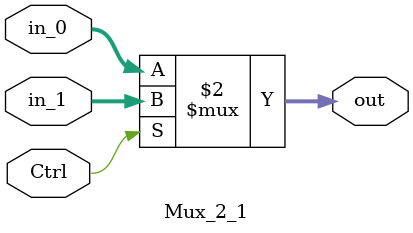
<source format=v>
`timescale 1ns / 1ps
module Mux_2_1(Ctrl, in_0, in_1, out);
	input wire Ctrl;
	input wire [31:0] in_0, in_1;
	output reg [31:0] out;
	
	always @(Ctrl or in_0 or in_1)
		out = Ctrl ? in_1 : in_0;
		
endmodule

</source>
